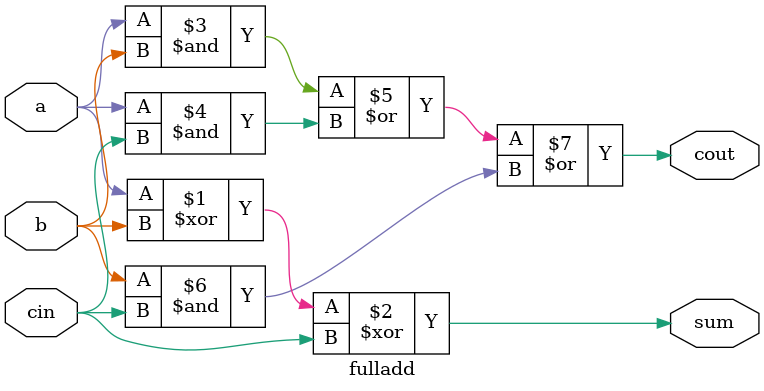
<source format=v>
module fulladd (  
	input wire a,
	input wire b,
	input wire cin,
	output wire cout,
	output wire sum
);

	assign sum = a^b^cin;
	assign cout = a&b | a&cin | b&cin;

endmodule
</source>
